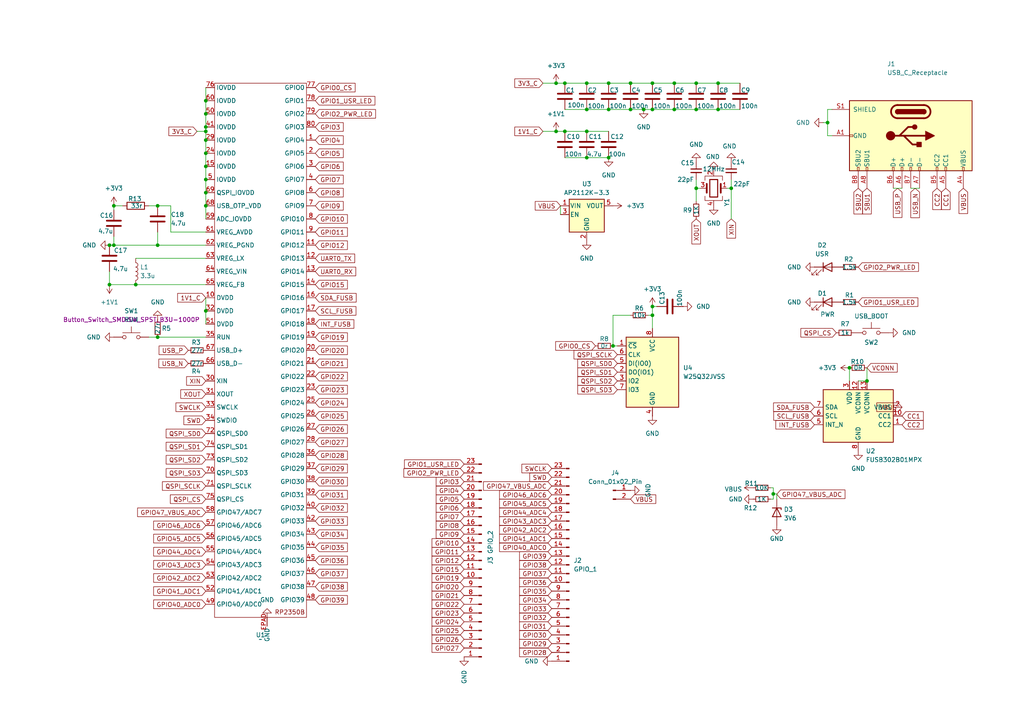
<source format=kicad_sch>
(kicad_sch (version 20231120) (generator "eeschema") (generator_version "8.0")
  (paper "A4")
  (junction (at 45.72 71.12))
  (junction (at 182.88 31.75))
  (junction (at 186.69 31.75))
  (junction (at 189.23 91.44))
  (junction (at 246.38 106.68))
  (junction (at 33.02 59.69))
  (junction (at 189.23 24.13))
  (junction (at 170.18 45.72))
  (junction (at 59.69 36.83))
  (junction (at 177.8 100.33))
  (junction (at 208.28 31.75))
  (junction (at 176.53 31.75))
  (junction (at 170.18 31.75))
  (junction (at 59.69 48.26))
  (junction (at 163.83 38.1))
  (junction (at 170.18 38.1))
  (junction (at 176.53 45.72))
  (junction (at 39.37 82.55))
  (junction (at 45.72 59.69))
  (junction (at 224.282 143.256))
  (junction (at 59.69 29.21))
  (junction (at 201.93 24.13))
  (junction (at 251.46 110.49))
  (junction (at 161.29 38.1))
  (junction (at 59.69 90.17))
  (junction (at 182.88 24.13))
  (junction (at 201.93 54.61))
  (junction (at 195.58 31.75))
  (junction (at 163.83 24.13))
  (junction (at 189.23 31.75))
  (junction (at 59.69 38.1))
  (junction (at 59.69 52.07))
  (junction (at 212.09 54.61))
  (junction (at 59.69 59.69))
  (junction (at 161.29 24.13))
  (junction (at 59.69 55.88))
  (junction (at 195.58 24.13))
  (junction (at 208.28 24.13))
  (junction (at 59.69 40.64))
  (junction (at 176.53 24.13))
  (junction (at 240.03 35.56))
  (junction (at 59.69 44.45))
  (junction (at 189.23 88.9))
  (junction (at 59.69 33.02))
  (junction (at 201.93 31.75))
  (junction (at 31.75 71.12))
  (junction (at 170.18 24.13))
  (junction (at 33.02 71.12))
  (junction (at 31.75 82.55))
  (junction (at 45.72 97.79))
  (wire (pts (xy 190.5 88.9) (xy 189.23 88.9)))
  (wire (pts (xy 162.56 59.69) (xy 162.56 62.23)))
  (wire (pts (xy 49.53 59.69) (xy 45.72 59.69)))
  (wire (pts (xy 161.29 38.1) (xy 163.83 38.1)))
  (wire (pts (xy 212.09 54.61) (xy 210.82 54.61)))
  (wire (pts (xy 43.18 97.79) (xy 45.72 97.79)))
  (wire (pts (xy 45.72 71.12) (xy 59.69 71.12)))
  (wire (pts (xy 49.53 67.31) (xy 59.69 67.31)))
  (wire (pts (xy 59.69 48.26) (xy 59.69 52.07)))
  (wire (pts (xy 157.48 24.13) (xy 161.29 24.13)))
  (wire (pts (xy 264.16 54.61) (xy 266.7 54.61)))
  (wire (pts (xy 163.83 45.72) (xy 170.18 45.72)))
  (wire (pts (xy 212.09 52.07) (xy 212.09 54.61)))
  (wire (pts (xy 59.69 40.64) (xy 59.69 44.45)))
  (wire (pts (xy 33.02 71.12) (xy 31.75 71.12)))
  (wire (pts (xy 177.8 100.33) (xy 179.07 100.33)))
  (wire (pts (xy 39.37 82.55) (xy 59.69 82.55)))
  (wire (pts (xy 223.52 144.78) (xy 224.282 144.78)))
  (wire (pts (xy 59.69 36.83) (xy 59.69 38.1)))
  (wire (pts (xy 170.18 24.13) (xy 176.53 24.13)))
  (wire (pts (xy 59.69 55.88) (xy 59.69 59.69)))
  (wire (pts (xy 212.09 63.5) (xy 212.09 54.61)))
  (wire (pts (xy 186.69 31.75) (xy 189.23 31.75)))
  (wire (pts (xy 39.37 74.93) (xy 59.69 74.93)))
  (wire (pts (xy 224.282 143.256) (xy 224.282 144.78)))
  (wire (pts (xy 223.52 141.478) (xy 224.282 141.478)))
  (wire (pts (xy 35.56 59.69) (xy 33.02 59.69)))
  (wire (pts (xy 182.88 31.75) (xy 186.69 31.75)))
  (wire (pts (xy 201.93 52.07) (xy 201.93 54.61)))
  (wire (pts (xy 241.3 39.37) (xy 240.03 39.37)))
  (wire (pts (xy 45.72 67.31) (xy 45.72 71.12)))
  (wire (pts (xy 33.02 68.58) (xy 33.02 71.12)))
  (wire (pts (xy 31.75 78.74) (xy 31.75 82.55)))
  (wire (pts (xy 187.96 91.44) (xy 189.23 91.44)))
  (wire (pts (xy 246.38 106.68) (xy 246.38 110.49)))
  (wire (pts (xy 45.72 97.79) (xy 59.69 97.79)))
  (wire (pts (xy 59.69 25.4) (xy 59.69 29.21)))
  (wire (pts (xy 59.69 86.36) (xy 59.69 90.17)))
  (wire (pts (xy 195.58 31.75) (xy 201.93 31.75)))
  (wire (pts (xy 57.15 38.1) (xy 59.69 38.1)))
  (wire (pts (xy 49.53 67.31) (xy 49.53 59.69)))
  (wire (pts (xy 240.03 31.75) (xy 241.3 31.75)))
  (wire (pts (xy 59.69 90.17) (xy 59.69 93.98)))
  (wire (pts (xy 189.23 88.9) (xy 189.23 91.44)))
  (wire (pts (xy 170.18 45.72) (xy 176.53 45.72)))
  (wire (pts (xy 224.282 143.256) (xy 225.298 143.256)))
  (wire (pts (xy 45.72 59.69) (xy 43.18 59.69)))
  (wire (pts (xy 189.23 24.13) (xy 195.58 24.13)))
  (wire (pts (xy 33.02 59.69) (xy 33.02 60.96)))
  (wire (pts (xy 225.298 143.256) (xy 225.298 144.78)))
  (wire (pts (xy 177.8 91.44) (xy 182.88 91.44)))
  (wire (pts (xy 201.93 54.61) (xy 201.93 58.42)))
  (wire (pts (xy 182.88 24.13) (xy 189.23 24.13)))
  (wire (pts (xy 189.23 31.75) (xy 195.58 31.75)))
  (wire (pts (xy 59.69 38.1) (xy 59.69 40.64)))
  (wire (pts (xy 240.03 39.37) (xy 240.03 35.56)))
  (wire (pts (xy 240.03 35.56) (xy 240.03 31.75)))
  (wire (pts (xy 251.46 106.68) (xy 251.46 110.49)))
  (wire (pts (xy 157.48 38.1) (xy 161.29 38.1)))
  (wire (pts (xy 177.8 91.44) (xy 177.8 100.33)))
  (wire (pts (xy 208.28 31.75) (xy 214.63 31.75)))
  (wire (pts (xy 170.18 31.75) (xy 176.53 31.75)))
  (wire (pts (xy 259.08 54.61) (xy 261.62 54.61)))
  (wire (pts (xy 59.69 33.02) (xy 59.69 36.83)))
  (wire (pts (xy 240.03 35.56) (xy 238.76 35.56)))
  (wire (pts (xy 208.28 24.13) (xy 214.63 24.13)))
  (wire (pts (xy 201.93 24.13) (xy 208.28 24.13)))
  (wire (pts (xy 170.18 38.1) (xy 176.53 38.1)))
  (wire (pts (xy 59.69 44.45) (xy 59.69 48.26)))
  (wire (pts (xy 224.282 141.478) (xy 224.282 143.256)))
  (wire (pts (xy 59.69 59.69) (xy 59.69 63.5)))
  (wire (pts (xy 189.23 91.44) (xy 189.23 95.25)))
  (wire (pts (xy 31.75 82.55) (xy 39.37 82.55)))
  (wire (pts (xy 161.29 24.13) (xy 163.83 24.13)))
  (wire (pts (xy 59.69 29.21) (xy 59.69 33.02)))
  (wire (pts (xy 176.53 31.75) (xy 182.88 31.75)))
  (wire (pts (xy 163.83 24.13) (xy 170.18 24.13)))
  (wire (pts (xy 33.02 71.12) (xy 45.72 71.12)))
  (wire (pts (xy 163.83 31.75) (xy 170.18 31.75)))
  (wire (pts (xy 163.83 38.1) (xy 170.18 38.1)))
  (wire (pts (xy 176.53 24.13) (xy 182.88 24.13)))
  (wire (pts (xy 195.58 24.13) (xy 201.93 24.13)))
  (wire (pts (xy 201.93 54.61) (xy 203.2 54.61)))
  (wire (pts (xy 201.93 31.75) (xy 208.28 31.75)))
  (wire (pts (xy 248.92 110.49) (xy 251.46 110.49)))
  (wire (pts (xy 59.69 52.07) (xy 59.69 55.88)))
  (global_label "GPIO34" (shape input) (at 91.44 154.94 0) (property "Intersheetrefs" "${INTERSHEET_REFS}" (effects (hide yes))))
  (global_label "GPIO3" (shape input) (at 91.44 36.83 0) (property "Intersheetrefs" "${INTERSHEET_REFS}" (effects (hide yes))))
  (global_label "VCONN" (shape input) (at 251.46 106.68 0) (property "Intersheetrefs" "${INTERSHEET_REFS}" (effects (hide yes))))
  (global_label "QSPI_CS" (shape input) (at 59.69 144.78 180) (property "Intersheetrefs" "${INTERSHEET_REFS}" (effects (hide yes))))
  (global_label "GPIO2_PWR_LED" (shape input) (at 134.62 137.16 180) (property "Intersheetrefs" "${INTERSHEET_REFS}" (effects (hide yes))))
  (global_label "GPIO39" (shape input) (at 160.02 161.29 180) (property "Intersheetrefs" "${INTERSHEET_REFS}" (effects (hide yes))))
  (global_label "GPIO41_ADC1" (shape input) (at 160.02 156.21 180) (property "Intersheetrefs" "${INTERSHEET_REFS}" (effects (hide yes))))
  (global_label "GPIO1_USR_LED" (shape input) (at 134.62 134.62 180) (property "Intersheetrefs" "${INTERSHEET_REFS}" (effects (hide yes))))
  (global_label "GPIO31" (shape input) (at 91.44 143.51 0) (property "Intersheetrefs" "${INTERSHEET_REFS}" (effects (hide yes))))
  (global_label "GPIO28" (shape input) (at 160.02 189.23 180) (property "Intersheetrefs" "${INTERSHEET_REFS}" (effects (hide yes))))
  (global_label "GPIO22" (shape input) (at 91.44 109.22 0) (property "Intersheetrefs" "${INTERSHEET_REFS}" (effects (hide yes))))
  (global_label "SCL_FUSB" (shape input) (at 91.44 90.17 0) (property "Intersheetrefs" "${INTERSHEET_REFS}" (effects (hide yes))))
  (global_label "QSPI_SCLK" (shape input) (at 59.69 140.97 180) (property "Intersheetrefs" "${INTERSHEET_REFS}" (effects (hide yes))))
  (global_label "GPIO36" (shape input) (at 91.44 162.56 0) (property "Intersheetrefs" "${INTERSHEET_REFS}" (effects (hide yes))))
  (global_label "GPIO40_ADC0" (shape input) (at 59.69 175.26 180) (property "Intersheetrefs" "${INTERSHEET_REFS}" (effects (hide yes))))
  (global_label "GPIO44_ADC4" (shape input) (at 160.02 148.59 180) (property "Intersheetrefs" "${INTERSHEET_REFS}" (effects (hide yes))))
  (global_label "GPIO25" (shape input) (at 134.62 182.88 180) (property "Intersheetrefs" "${INTERSHEET_REFS}" (effects (hide yes))))
  (global_label "SCL_FUSB" (shape input) (at 236.22 120.65 180) (property "Intersheetrefs" "${INTERSHEET_REFS}" (effects (hide yes))))
  (global_label "USB_P" (shape input) (at 260.35 54.61 270) (property "Intersheetrefs" "${INTERSHEET_REFS}" (effects (hide yes))))
  (global_label "GPIO46_ADC6" (shape input) (at 59.69 152.4 180) (property "Intersheetrefs" "${INTERSHEET_REFS}" (effects (hide yes))))
  (global_label "GPIO20" (shape input) (at 91.44 101.6 0) (property "Intersheetrefs" "${INTERSHEET_REFS}" (effects (hide yes))))
  (global_label "GPIO1_USR_LED" (shape input) (at 91.44 29.21 0) (property "Intersheetrefs" "${INTERSHEET_REFS}" (effects (hide yes))))
  (global_label "INT_FUSB" (shape input) (at 236.22 123.19 180) (property "Intersheetrefs" "${INTERSHEET_REFS}" (effects (hide yes))))
  (global_label "GPIO12" (shape input) (at 91.44 71.12 0) (property "Intersheetrefs" "${INTERSHEET_REFS}" (effects (hide yes))))
  (global_label "GPIO35" (shape input) (at 160.02 171.45 180) (property "Intersheetrefs" "${INTERSHEET_REFS}" (effects (hide yes))))
  (global_label "CC1" (shape input) (at 274.32 54.61 270) (property "Intersheetrefs" "${INTERSHEET_REFS}" (effects (hide yes))))
  (global_label "QSPI_SD0" (shape input) (at 59.69 125.73 180) (property "Intersheetrefs" "${INTERSHEET_REFS}" (effects (hide yes))))
  (global_label "GPIO11" (shape input) (at 134.62 160.02 180) (property "Intersheetrefs" "${INTERSHEET_REFS}" (effects (hide yes))))
  (global_label "GPIO27" (shape input) (at 134.62 187.96 180) (property "Intersheetrefs" "${INTERSHEET_REFS}" (effects (hide yes))))
  (global_label "GPIO10" (shape input) (at 134.62 157.48 180) (property "Intersheetrefs" "${INTERSHEET_REFS}" (effects (hide yes))))
  (global_label "GPIO36" (shape input) (at 160.02 168.91 180) (property "Intersheetrefs" "${INTERSHEET_REFS}" (effects (hide yes))))
  (global_label "GPIO29" (shape input) (at 91.44 135.89 0) (property "Intersheetrefs" "${INTERSHEET_REFS}" (effects (hide yes))))
  (global_label "SDA_FUSB" (shape input) (at 91.44 86.36 0) (property "Intersheetrefs" "${INTERSHEET_REFS}" (effects (hide yes))))
  (global_label "GPIO12" (shape input) (at 134.62 162.56 180) (property "Intersheetrefs" "${INTERSHEET_REFS}" (effects (hide yes))))
  (global_label "GPIO11" (shape input) (at 91.44 67.31 0) (property "Intersheetrefs" "${INTERSHEET_REFS}" (effects (hide yes))))
  (global_label "GPIO41_ADC1" (shape input) (at 59.69 171.45 180) (property "Intersheetrefs" "${INTERSHEET_REFS}" (effects (hide yes))))
  (global_label "GPIO33" (shape input) (at 91.44 151.13 0) (property "Intersheetrefs" "${INTERSHEET_REFS}" (effects (hide yes))))
  (global_label "GPIO9" (shape input) (at 134.62 154.94 180) (property "Intersheetrefs" "${INTERSHEET_REFS}" (effects (hide yes))))
  (global_label "QSPI_SD3" (shape input) (at 179.07 113.03 180) (property "Intersheetrefs" "${INTERSHEET_REFS}" (effects (hide yes))))
  (global_label "SWCLK" (shape input) (at 160.02 135.89 180) (property "Intersheetrefs" "${INTERSHEET_REFS}" (effects (hide yes))))
  (global_label "XOUT" (shape input) (at 201.93 63.5 270) (property "Intersheetrefs" "${INTERSHEET_REFS}" (effects (hide yes))))
  (global_label "QSPI_CS" (shape input) (at 242.57 96.52 180) (property "Intersheetrefs" "${INTERSHEET_REFS}" (effects (hide yes))))
  (global_label "GPIO26" (shape input) (at 134.62 185.42 180) (property "Intersheetrefs" "${INTERSHEET_REFS}" (effects (hide yes))))
  (global_label "GPIO47_VBUS_ADC" (shape input) (at 225.298 143.3531 0) (property "Intersheetrefs" "${INTERSHEET_REFS}" (effects (hide yes))))
  (global_label "CC2" (shape input) (at 271.78 54.61 270) (property "Intersheetrefs" "${INTERSHEET_REFS}" (effects (hide yes))))
  (global_label "GPIO32" (shape input) (at 160.02 179.07 180) (property "Intersheetrefs" "${INTERSHEET_REFS}" (effects (hide yes))))
  (global_label "GPIO3" (shape input) (at 134.62 139.7 180) (property "Intersheetrefs" "${INTERSHEET_REFS}" (effects (hide yes))))
  (global_label "GPIO9" (shape input) (at 91.44 59.69 0) (property "Intersheetrefs" "${INTERSHEET_REFS}" (effects (hide yes))))
  (global_label "SBU1" (shape input) (at 251.46 54.61 270) (property "Intersheetrefs" "${INTERSHEET_REFS}" (effects (hide yes))))
  (global_label "GPIO43_ADC3" (shape input) (at 59.69 163.83 180) (property "Intersheetrefs" "${INTERSHEET_REFS}" (effects (hide yes))))
  (global_label "GPIO2_PWR_LED" (shape input) (at 91.44 33.02 0) (property "Intersheetrefs" "${INTERSHEET_REFS}" (effects (hide yes))))
  (global_label "QSPI_SD2" (shape input) (at 179.07 110.49 180) (property "Intersheetrefs" "${INTERSHEET_REFS}" (effects (hide yes))))
  (global_label "GPIO37" (shape input) (at 91.44 166.37 0) (property "Intersheetrefs" "${INTERSHEET_REFS}" (effects (hide yes))))
  (global_label "GPIO0_CS" (shape input) (at 91.44 25.4 0) (property "Intersheetrefs" "${INTERSHEET_REFS}" (effects (hide yes))))
  (global_label "GPIO21" (shape input) (at 134.62 172.72 180) (property "Intersheetrefs" "${INTERSHEET_REFS}" (effects (hide yes))))
  (global_label "GPIO30" (shape input) (at 160.02 184.15 180) (property "Intersheetrefs" "${INTERSHEET_REFS}" (effects (hide yes))))
  (global_label "GPIO25" (shape input) (at 91.44 120.65 0) (property "Intersheetrefs" "${INTERSHEET_REFS}" (effects (hide yes))))
  (global_label "GPIO24" (shape input) (at 91.44 116.84 0) (property "Intersheetrefs" "${INTERSHEET_REFS}" (effects (hide yes))))
  (global_label "GPIO30" (shape input) (at 91.44 139.7 0) (property "Intersheetrefs" "${INTERSHEET_REFS}" (effects (hide yes))))
  (global_label "QSPI_SD0" (shape input) (at 179.07 105.41 180) (property "Intersheetrefs" "${INTERSHEET_REFS}" (effects (hide yes))))
  (global_label "GPIO38" (shape input) (at 160.02 163.83 180) (property "Intersheetrefs" "${INTERSHEET_REFS}" (effects (hide yes))))
  (global_label "1V1_C" (shape input) (at 157.48 38.1 180) (property "Intersheetrefs" "${INTERSHEET_REFS}" (effects (hide yes))))
  (global_label "SDA_FUSB" (shape input) (at 236.22 118.11 180) (property "Intersheetrefs" "${INTERSHEET_REFS}" (effects (hide yes))))
  (global_label "GPIO28" (shape input) (at 91.44 132.08 0) (property "Intersheetrefs" "${INTERSHEET_REFS}" (effects (hide yes))))
  (global_label "GPIO4" (shape input) (at 91.44 40.64 0) (property "Intersheetrefs" "${INTERSHEET_REFS}" (effects (hide yes))))
  (global_label "USB_N" (shape input) (at 54.61 105.41 180) (property "Intersheetrefs" "${INTERSHEET_REFS}" (effects (hide yes))))
  (global_label "QSPI_SD1" (shape input) (at 59.69 129.54 180) (property "Intersheetrefs" "${INTERSHEET_REFS}" (effects (hide yes))))
  (global_label "GPIO37" (shape input) (at 160.02 166.37 180) (property "Intersheetrefs" "${INTERSHEET_REFS}" (effects (hide yes))))
  (global_label "GPIO5" (shape input) (at 91.44 44.45 0) (property "Intersheetrefs" "${INTERSHEET_REFS}" (effects (hide yes))))
  (global_label "GPIO7" (shape input) (at 134.62 149.86 180) (property "Intersheetrefs" "${INTERSHEET_REFS}" (effects (hide yes))))
  (global_label "QSPI_SD2" (shape input) (at 59.69 133.35 180) (property "Intersheetrefs" "${INTERSHEET_REFS}" (effects (hide yes))))
  (global_label "GPIO6" (shape input) (at 134.62 147.32 180) (property "Intersheetrefs" "${INTERSHEET_REFS}" (effects (hide yes))))
  (global_label "GPIO39" (shape input) (at 91.44 173.99 0) (property "Intersheetrefs" "${INTERSHEET_REFS}" (effects (hide yes))))
  (global_label "GPIO15" (shape input) (at 134.62 165.1 180) (property "Intersheetrefs" "${INTERSHEET_REFS}" (effects (hide yes))))
  (global_label "GPIO35" (shape input) (at 91.44 158.75 0) (property "Intersheetrefs" "${INTERSHEET_REFS}" (effects (hide yes))))
  (global_label "XOUT" (shape input) (at 59.69 114.3 180) (property "Intersheetrefs" "${INTERSHEET_REFS}" (effects (hide yes))))
  (global_label "GPIO1_USR_LED" (shape input) (at 248.92 87.63 0) (property "Intersheetrefs" "${INTERSHEET_REFS}" (effects (hide yes))))
  (global_label "SWD" (shape input) (at 59.69 121.92 180) (property "Intersheetrefs" "${INTERSHEET_REFS}" (effects (hide yes))))
  (global_label "SBU2" (shape input) (at 248.92 54.61 270) (property "Intersheetrefs" "${INTERSHEET_REFS}" (effects (hide yes))))
  (global_label "GPIO31" (shape input) (at 160.02 181.61 180) (property "Intersheetrefs" "${INTERSHEET_REFS}" (effects (hide yes))))
  (global_label "GPIO42_ADC2" (shape input) (at 59.69 167.64 180) (property "Intersheetrefs" "${INTERSHEET_REFS}" (effects (hide yes))))
  (global_label "VBUS" (shape input) (at 279.4 54.61 270) (property "Intersheetrefs" "${INTERSHEET_REFS}" (effects (hide yes))))
  (global_label "GPIO6" (shape input) (at 91.44 48.26 0) (property "Intersheetrefs" "${INTERSHEET_REFS}" (effects (hide yes))))
  (global_label "CC2" (shape input) (at 261.62 123.19 0) (property "Intersheetrefs" "${INTERSHEET_REFS}" (effects (hide yes))))
  (global_label "GPIO24" (shape input) (at 134.62 180.34 180) (property "Intersheetrefs" "${INTERSHEET_REFS}" (effects (hide yes))))
  (global_label "VBUS" (shape input) (at 261.62 118.11 180) (property "Intersheetrefs" "${INTERSHEET_REFS}" (effects (hide yes))))
  (global_label "VBUS" (shape input) (at 182.88 144.78 0) (property "Intersheetrefs" "${INTERSHEET_REFS}" (effects (hide yes))))
  (global_label "GPIO8" (shape input) (at 91.44 55.88 0) (property "Intersheetrefs" "${INTERSHEET_REFS}" (effects (hide yes))))
  (global_label "3V3_C" (shape input) (at 57.15 38.1 180) (property "Intersheetrefs" "${INTERSHEET_REFS}" (effects (hide yes))))
  (global_label "GPIO32" (shape input) (at 91.44 147.32 0) (property "Intersheetrefs" "${INTERSHEET_REFS}" (effects (hide yes))))
  (global_label "GPIO27" (shape input) (at 91.44 128.27 0) (property "Intersheetrefs" "${INTERSHEET_REFS}" (effects (hide yes))))
  (global_label "GPIO42_ADC2" (shape input) (at 160.02 153.67 180) (property "Intersheetrefs" "${INTERSHEET_REFS}" (effects (hide yes))))
  (global_label "GPIO7" (shape input) (at 91.44 52.07 0) (property "Intersheetrefs" "${INTERSHEET_REFS}" (effects (hide yes))))
  (global_label "GPIO10" (shape input) (at 91.44 63.5 0) (property "Intersheetrefs" "${INTERSHEET_REFS}" (effects (hide yes))))
  (global_label "GPIO0_CS" (shape input) (at 172.72 100.33 180) (property "Intersheetrefs" "${INTERSHEET_REFS}" (effects (hide yes))))
  (global_label "GPIO26" (shape input) (at 91.44 124.46 0) (property "Intersheetrefs" "${INTERSHEET_REFS}" (effects (hide yes))))
  (global_label "INT_FUSB" (shape input) (at 91.44 93.98 0) (property "Intersheetrefs" "${INTERSHEET_REFS}" (effects (hide yes))))
  (global_label "GPIO47_VBUS_ADC" (shape input) (at 59.69 148.59 180) (property "Intersheetrefs" "${INTERSHEET_REFS}" (effects (hide yes))))
  (global_label "XIN" (shape input) (at 59.69 110.49 180) (property "Intersheetrefs" "${INTERSHEET_REFS}" (effects (hide yes))))
  (global_label "GPIO44_ADC4" (shape input) (at 59.69 160.02 180) (property "Intersheetrefs" "${INTERSHEET_REFS}" (effects (hide yes))))
  (global_label "GPIO4" (shape input) (at 134.62 142.24 180) (property "Intersheetrefs" "${INTERSHEET_REFS}" (effects (hide yes))))
  (global_label "GPIO5" (shape input) (at 134.62 144.78 180) (property "Intersheetrefs" "${INTERSHEET_REFS}" (effects (hide yes))))
  (global_label "GPIO46_ADC6" (shape input) (at 160.02 143.51 180) (property "Intersheetrefs" "${INTERSHEET_REFS}" (effects (hide yes))))
  (global_label "1V1_C" (shape input) (at 59.69 86.36 180) (property "Intersheetrefs" "${INTERSHEET_REFS}" (effects (hide yes))))
  (global_label "GPIO45_ADC5" (shape input) (at 59.69 156.21 180) (property "Intersheetrefs" "${INTERSHEET_REFS}" (effects (hide yes))))
  (global_label "GPIO8" (shape input) (at 134.62 152.4 180) (property "Intersheetrefs" "${INTERSHEET_REFS}" (effects (hide yes))))
  (global_label "GPIO29" (shape input) (at 160.02 186.69 180) (property "Intersheetrefs" "${INTERSHEET_REFS}" (effects (hide yes))))
  (global_label "USB_P" (shape input) (at 54.61 101.6 180) (property "Intersheetrefs" "${INTERSHEET_REFS}" (effects (hide yes))))
  (global_label "GPIO19" (shape input) (at 134.62 167.64 180) (property "Intersheetrefs" "${INTERSHEET_REFS}" (effects (hide yes))))
  (global_label "GPIO47_VBUS_ADC" (shape input) (at 160.02 140.97 180) (property "Intersheetrefs" "${INTERSHEET_REFS}" (effects (hide yes))))
  (global_label "CC1" (shape input) (at 261.62 120.65 0) (property "Intersheetrefs" "${INTERSHEET_REFS}" (effects (hide yes))))
  (global_label "GPIO20" (shape input) (at 134.62 170.18 180) (property "Intersheetrefs" "${INTERSHEET_REFS}" (effects (hide yes))))
  (global_label "GPIO38" (shape input) (at 91.44 170.18 0) (property "Intersheetrefs" "${INTERSHEET_REFS}" (effects (hide yes))))
  (global_label "GPIO19" (shape input) (at 91.44 97.79 0) (property "Intersheetrefs" "${INTERSHEET_REFS}" (effects (hide yes))))
  (global_label "GPIO23" (shape input) (at 91.44 113.03 0) (property "Intersheetrefs" "${INTERSHEET_REFS}" (effects (hide yes))))
  (global_label "GPIO2_PWR_LED" (shape input) (at 248.92 77.47 0) (property "Intersheetrefs" "${INTERSHEET_REFS}" (effects (hide yes))))
  (global_label "VBUS" (shape input) (at 162.56 59.69 180) (property "Intersheetrefs" "${INTERSHEET_REFS}" (effects (hide yes))))
  (global_label "3V3_C" (shape input) (at 157.48 24.13 180) (property "Intersheetrefs" "${INTERSHEET_REFS}" (effects (hide yes))))
  (global_label "QSPI_SD1" (shape input) (at 179.07 107.95 180) (property "Intersheetrefs" "${INTERSHEET_REFS}" (effects (hide yes))))
  (global_label "QSPI_SCLK" (shape input) (at 179.07 102.87 180) (property "Intersheetrefs" "${INTERSHEET_REFS}" (effects (hide yes))))
  (global_label "GPIO34" (shape input) (at 160.02 173.99 180) (property "Intersheetrefs" "${INTERSHEET_REFS}" (effects (hide yes))))
  (global_label "QSPI_SD3" (shape input) (at 59.69 137.16 180) (property "Intersheetrefs" "${INTERSHEET_REFS}" (effects (hide yes))))
  (global_label "GPIO23" (shape input) (at 134.62 177.8 180) (property "Intersheetrefs" "${INTERSHEET_REFS}" (effects (hide yes))))
  (global_label "XIN" (shape input) (at 212.09 63.5 270) (property "Intersheetrefs" "${INTERSHEET_REFS}" (effects (hide yes))))
  (global_label "USB_N" (shape input) (at 265.43 54.61 270) (property "Intersheetrefs" "${INTERSHEET_REFS}" (effects (hide yes))))
  (global_label "UART0_RX" (shape input) (at 91.44 78.74 0) (property "Intersheetrefs" "${INTERSHEET_REFS}" (effects (hide yes))))
  (global_label "SWD" (shape input) (at 160.02 138.43 180) (property "Intersheetrefs" "${INTERSHEET_REFS}" (effects (hide yes))))
  (global_label "GPIO15" (shape input) (at 91.44 82.55 0) (property "Intersheetrefs" "${INTERSHEET_REFS}" (effects (hide yes))))
  (global_label "GPIO21" (shape input) (at 91.44 105.41 0) (property "Intersheetrefs" "${INTERSHEET_REFS}" (effects (hide yes))))
  (global_label "UART0_TX" (shape input) (at 91.44 74.93 0) (property "Intersheetrefs" "${INTERSHEET_REFS}" (effects (hide yes))))
  (global_label "GPIO43_ADC3" (shape input) (at 160.02 151.13 180) (property "Intersheetrefs" "${INTERSHEET_REFS}" (effects (hide yes))))
  (global_label "GPIO33" (shape input) (at 160.02 176.53 180) (property "Intersheetrefs" "${INTERSHEET_REFS}" (effects (hide yes))))
  (global_label "GPIO22" (shape input) (at 134.62 175.26 180) (property "Intersheetrefs" "${INTERSHEET_REFS}" (effects (hide yes))))
  (global_label "GPIO45_ADC5" (shape input) (at 160.02 146.05 180) (property "Intersheetrefs" "${INTERSHEET_REFS}" (effects (hide yes))))
  (global_label "GPIO40_ADC0" (shape input) (at 160.02 158.75 180) (property "Intersheetrefs" "${INTERSHEET_REFS}" (effects (hide yes))))
  (global_label "SWCLK" (shape input) (at 59.69 118.11 180) (property "Intersheetrefs" "${INTERSHEET_REFS}" (effects (hide yes))))
  (symbol (lib_id "Device:R_Small") (at 57.15 105.41 90) (unit 1)
    (property "Reference" "R4" (at 56.896 107.696 90))
    (property "Value" "27r" (at 57.15 105.41 90))
    (property "Footprint" "Resistor_SMD:R_0402_1005Metric" (effects (hide yes)))
    (property "Description" "Resistor, small symbol" (effects (hide yes)))
  )
  (symbol (lib_id "Device:C") (at 201.93 27.94 0) (unit 1)
    (property "Reference" "C7" (at 202.184 26.162 0) (effects (justify left)))
    (property "Value" "100n" (at 202.184 30.734 0) (effects (justify left)))
    (property "Footprint" "Capacitor_SMD:C_0402_1005Metric" (effects (hide yes)))
    (property "Description" "Unpolarized capacitor" (effects (hide yes)))
  )
  (symbol (lib_id "Connector:Conn_01x02_Pin") (at 177.8 142.24 0) (unit 1)
    (property "Reference" "J4" (at 178.435 137.16 0))
    (property "Value" "Conn_01x02_Pin" (at 178.435 139.7 0))
    (property "Footprint" "Connector_PinSocket_2.54mm:PinSocket_1x02_P2.54mm_Vertical" (effects (hide yes)))
    (property "Description" "Generic connector, single row, 01x02, script generated" (effects (hide yes)))
  )
  (symbol (lib_id "Device:R_Small") (at 201.93 60.96 0) (mirror x) (unit 1)
    (property "Reference" "R9" (at 199.39 60.96 0))
    (property "Value" "1K" (at 201.93 60.96 90))
    (property "Footprint" "Resistor_SMD:R_0402_1005Metric" (effects (hide yes)))
  )
  (symbol (lib_id "Regulator_Linear:AP2112K-3.3") (at 170.18 62.23 0) (unit 1)
    (property "Reference" "U3" (at 170.18 53.34 0))
    (property "Value" "AP2112K-3.3" (at 170.18 55.88 0))
    (property "Footprint" "Package_TO_SOT_SMD:SOT-23-5" (effects (hide yes)))
    (property "Datasheet" "https://www.diodes.com/assets/Datasheets/AP2112.pdf" (effects (hide yes)))
    (property "Description" "600mA low dropout linear regulator, with enable pin, 3.8V-6V input voltage range, 3.3V fixed positive output, SOT-23-5" (effects (hide yes)))
  )
  (symbol (lib_id "Device:R_Small") (at 246.38 87.63 90) (unit 1)
    (property "Reference" "R1" (at 246.38 85.598 90))
    (property "Value" "1.5k" (at 246.38 87.63 90))
    (property "Footprint" "Resistor_SMD:R_0402_1005Metric" (effects (hide yes)))
    (property "Description" "Resistor, small symbol" (effects (hide yes)))
  )
  (symbol (lib_id "Device:C") (at 176.53 27.94 0) (unit 1)
    (property "Reference" "C3" (at 176.784 26.162 0) (effects (justify left)))
    (property "Value" "100n" (at 176.784 30.734 0) (effects (justify left)))
    (property "Footprint" "Capacitor_SMD:C_0402_1005Metric" (effects (hide yes)))
    (property "Description" "Unpolarized capacitor" (effects (hide yes)))
  )
  (symbol (lib_id "power:GND") (at 176.53 45.72 0) (unit 1)
    (property "Reference" "#PWR030" (effects (hide yes)))
    (property "Value" "GND" (at 176.53 50.8 0))
    (property "Description" "Power symbol creates a global label with name \"GND\" , ground" (effects (hide yes)))
  )
  (symbol (lib_id "power:GND") (at 207.01 59.69 0) (unit 1)
    (property "Reference" "#PWR021" (effects (hide yes)))
    (property "Value" "GND" (at 207.01 64.77 0))
  )
  (symbol (lib_id "Device:L") (at 39.37 78.74 0) (unit 1)
    (property "Reference" "L1" (at 40.64 77.4699 0) (effects (justify left)))
    (property "Value" "3.3u" (at 40.64 80.0099 0) (effects (justify left)))
    (property "Footprint" "Inductor_SMD:L_0805_2012Metric" (effects (hide yes)))
    (property "Description" "Inductor" (effects (hide yes)))
  )
  (symbol (lib_id "power:+1V1") (at 161.29 38.1 0) (unit 1)
    (property "Reference" "#PWR015" (effects (hide yes)))
    (property "Value" "+1V1" (at 161.29 33.02 0))
    (property "Description" "Power symbol creates a global label with name \"+1V1\"" (effects (hide yes)))
  )
  (symbol (lib_id "power:GND") (at 160.02 191.77 270) (unit 1)
    (property "Reference" "#PWR026" (effects (hide yes)))
    (property "Value" "GND" (at 156.21 191.7699 90) (effects (justify right)))
    (property "Description" "Power symbol creates a global label with name \"GND\" , ground" (effects (hide yes)))
  )
  (symbol (lib_id "Device:C") (at 208.28 27.94 0) (unit 1)
    (property "Reference" "C8" (at 208.534 26.162 0) (effects (justify left)))
    (property "Value" "100n" (at 208.534 30.734 0) (effects (justify left)))
    (property "Footprint" "Capacitor_SMD:C_0402_1005Metric" (effects (hide yes)))
    (property "Description" "Unpolarized capacitor" (effects (hide yes)))
  )
  (symbol (lib_id "Device:LED") (at 240.03 77.47 0) (unit 1)
    (property "Reference" "D2" (at 238.4425 71.12 0))
    (property "Value" "USR" (at 238.4425 73.66 0))
    (property "Footprint" "LED_SMD:LED_0603_1608Metric" (effects (hide yes)))
    (property "Description" "Light emitting diode" (effects (hide yes)))
  )
  (symbol (lib_id "power:GND") (at 182.88 142.24 90) (unit 1)
    (property "Reference" "#PWR031" (effects (hide yes)))
    (property "Value" "GND" (at 187.96 142.24 0))
    (property "Description" "Power symbol creates a global label with name \"GND\" , ground" (effects (hide yes)))
  )
  (symbol (lib_id "Interface_USB:FUSB302B01MPX") (at 248.92 120.65 0) (unit 1)
    (property "Reference" "U2" (at 251.1141 130.81 0) (effects (justify left)))
    (property "Value" "FUSB302B01MPX" (at 251.1141 133.35 0) (effects (justify left)))
    (property "Footprint" "Package_DFN_QFN:WQFN-14-1EP_2.5x2.5mm_P0.5mm_EP1.45x1.45mm" (effects (hide yes)))
    (property "Datasheet" "http://www.onsemi.com/pub/Collateral/FUSB302B-D.PDF" (effects (hide yes)))
    (property "Description" "Programmable USB Type-C Controller w/PD, I2C address 0x23, WQFN-14" (effects (hide yes)))
  )
  (symbol (lib_id "power:GND") (at 236.22 77.47 270) (unit 1)
    (property "Reference" "#PWR06" (effects (hide yes)))
    (property "Value" "GND" (at 232.41 77.4699 90) (effects (justify right)))
    (property "Description" "Power symbol creates a global label with name \"GND\" , ground" (effects (hide yes)))
  )
  (symbol (lib_id "Switch:SW_Push") (at 38.1 97.79 0) (unit 1)
    (property "Reference" "SW1" (at 38.1 90.17 0))
    (property "Value" "RUN" (at 38.1 92.71 0))
    (property "Footprint" "Button_Switch_SMD:SW_SPST_B3U-1000P" (at 38.1 92.71 0))
    (property "Description" "Push button switch, generic, two pins" (effects (hide yes)))
  )
  (symbol (lib_id "power:GND") (at 170.18 69.85 0) (unit 1)
    (property "Reference" "#PWR03" (effects (hide yes)))
    (property "Value" "GND" (at 170.18 74.93 0))
    (property "Description" "Power symbol creates a global label with name \"GND\" , ground" (effects (hide yes)))
  )
  (symbol (lib_id "Device:R_Small") (at 246.38 77.47 90) (unit 1)
    (property "Reference" "R2" (at 246.126 75.184 90))
    (property "Value" "1.5k" (at 246.38 77.47 90))
    (property "Footprint" "Resistor_SMD:R_0402_1005Metric" (effects (hide yes)))
    (property "Description" "Resistor, small symbol" (effects (hide yes)))
  )
  (symbol (lib_id "Connector:Conn_01x23_Pin") (at 165.1 163.83 180) (unit 1)
    (property "Reference" "J2" (at 166.37 162.5599 0) (effects (justify right)))
    (property "Value" "GPIO_1" (at 166.37 165.0999 0) (effects (justify right)))
    (property "Footprint" "header:PinSocket_1x23_P2.54mm_Vertical" (effects (hide yes)))
    (property "Description" "Generic connector, single row, 01x23, script generated" (effects (hide yes)))
  )
  (symbol (lib_id "Device:C") (at 189.23 27.94 0) (unit 1)
    (property "Reference" "C5" (at 189.484 26.162 0) (effects (justify left)))
    (property "Value" "100n" (at 189.484 30.734 0) (effects (justify left)))
    (property "Footprint" "Capacitor_SMD:C_0402_1005Metric" (effects (hide yes)))
    (property "Description" "Unpolarized capacitor" (effects (hide yes)))
  )
  (symbol (lib_id "Device:C") (at 195.58 27.94 0) (unit 1)
    (property "Reference" "C6" (at 195.834 26.162 0) (effects (justify left)))
    (property "Value" "100n" (at 195.834 30.734 0) (effects (justify left)))
    (property "Footprint" "Capacitor_SMD:C_0402_1005Metric" (effects (hide yes)))
    (property "Description" "Unpolarized capacitor" (effects (hide yes)))
  )
  (symbol (lib_id "power:GND") (at 77.47 179.07 180) (unit 1)
    (property "Reference" "#PWR04" (effects (hide yes)))
    (property "Value" "GND" (at 77.47 173.99 0))
    (property "Description" "Power symbol creates a global label with name \"GND\" , ground" (effects (hide yes)))
  )
  (symbol (lib_id "Device:R_Small") (at 45.72 95.25 180) (unit 1)
    (property "Reference" "R5" (at 48.26 95.25 0))
    (property "Value" "27r" (at 45.72 95.25 90))
    (property "Footprint" "Resistor_SMD:R_0402_1005Metric" (effects (hide yes)))
    (property "Description" "Resistor, small symbol" (effects (hide yes)))
  )
  (symbol (lib_id "Connector:USB_C_Receptacle_USB2.0_16P") (at 264.16 39.37 270) (unit 1)
    (property "Reference" "J1" (at 257.302 18.542 90) (effects (justify left)))
    (property "Value" "USB_C_Receptacle" (at 257.302 21.082 90) (effects (justify left)))
    (property "Footprint" "Connector_USB:USB_C_Receptacle_HRO_TYPE-C-31-M-12" (effects (hide yes)))
    (property "Datasheet" "https://www.usb.org/sites/default/files/documents/usb_type-c.zip" (effects (hide yes)))
    (property "Description" "USB 2.0-only 16P Type-C Receptacle connector" (effects (hide yes)))
  )
  (symbol (lib_id "power:+3V3") (at 177.8 59.69 270) (unit 1)
    (property "Reference" "#PWR05" (effects (hide yes)))
    (property "Value" "+3V3" (at 181.61 59.6899 90) (effects (justify left)))
    (property "Description" "Power symbol creates a global label with name \"+3V3\"" (effects (hide yes)))
  )
  (symbol (lib_id "Device:C") (at 31.75 74.93 0) (unit 1)
    (property "Reference" "C17" (at 33.02 72.644 0) (effects (justify left)))
    (property "Value" "4.7u" (at 32.766 77.978 0) (effects (justify left)))
    (property "Footprint" "Capacitor_SMD:C_0402_1005Metric" (effects (hide yes)))
    (property "Description" "Unpolarized capacitor" (effects (hide yes)))
  )
  (symbol (lib_id "Device:C") (at 194.31 88.9 90) (unit 1)
    (property "Reference" "C13" (at 192.024 88.392 0) (effects (justify left)))
    (property "Value" "100n" (at 197.104 88.9 0) (effects (justify left)))
    (property "Footprint" "Resistor_SMD:R_0402_1005Metric" (effects (hide yes)))
    (property "Description" "Unpolarized capacitor" (effects (hide yes)))
  )
  (symbol (lib_id "power:GND") (at 31.75 71.12 270) (unit 1)
    (property "Reference" "#PWR027" (effects (hide yes)))
    (property "Value" "GND" (at 27.94 71.1199 90) (effects (justify right)))
    (property "Description" "Power symbol creates a global label with name \"GND\" , ground" (effects (hide yes)))
  )
  (symbol (lib_id "Device:C") (at 170.18 27.94 0) (unit 1)
    (property "Reference" "C2" (at 170.434 26.162 0) (effects (justify left)))
    (property "Value" "100n" (at 170.434 30.734 0) (effects (justify left)))
    (property "Footprint" "Capacitor_SMD:C_0402_1005Metric" (effects (hide yes)))
    (property "Description" "Unpolarized capacitor" (effects (hide yes)))
  )
  (symbol (lib_id "power:+3V3") (at 246.38 106.68 90) (unit 1)
    (property "Reference" "#PWR022" (effects (hide yes)))
    (property "Value" "+3V3" (at 242.57 106.6799 90) (effects (justify left)))
    (property "Description" "Power symbol creates a global label with name \"+3V3\"" (effects (hide yes)))
  )
  (symbol (lib_id "Device:R_Small") (at 57.15 101.6 90) (unit 1)
    (property "Reference" "R3" (at 56.896 99.314 90))
    (property "Value" "27r" (at 57.15 101.6 90))
    (property "Footprint" "Resistor_SMD:R_0402_1005Metric" (effects (hide yes)))
    (property "Description" "Resistor, small symbol" (effects (hide yes)))
  )
  (symbol (lib_id "Device:C") (at 170.18 41.91 0) (unit 1)
    (property "Reference" "C11" (at 170.688 39.624 0) (effects (justify left)))
    (property "Value" "4.7u" (at 170.18 44.704 0) (effects (justify left)))
    (property "Footprint" "Capacitor_SMD:C_0402_1005Metric" (effects (hide yes)))
    (property "Description" "Unpolarized capacitor" (effects (hide yes)))
  )
  (symbol (lib_id "Device:D_Zener") (at 225.298 148.59 270) (unit 1)
    (property "Reference" "D3" (at 227.33 147.7553 90) (effects (justify left)))
    (property "Value" "3V6" (at 227.33 150.2922 90) (effects (justify left)))
    (property "Footprint" "Diode_SMD:D_0805_2012Metric" (effects (hide yes)))
  )
  (symbol (lib_id "Device:R_Small") (at 220.98 141.478 270) (mirror x) (unit 1)
    (property "Reference" "R11" (at 217.932 140.208 90))
    (property "Value" "10K" (at 220.98 141.478 90))
    (property "Footprint" "Resistor_SMD:R_0402_1005Metric" (effects (hide yes)))
  )
  (symbol (lib_id "power:GND") (at 189.23 120.65 0) (unit 1)
    (property "Reference" "#PWR010" (effects (hide yes)))
    (property "Value" "GND" (at 189.23 125.73 0))
    (property "Description" "Power symbol creates a global label with name \"GND\" , ground" (effects (hide yes)))
  )
  (symbol (lib_id "power:GND") (at 248.92 130.81 0) (unit 1)
    (property "Reference" "#PWR02" (effects (hide yes)))
    (property "Value" "GND" (at 248.92 135.89 0))
    (property "Description" "Power symbol creates a global label with name \"GND\" , ground" (effects (hide yes)))
  )
  (symbol (lib_id "Device:C_Small") (at 201.93 49.53 0) (mirror y) (unit 1)
    (property "Reference" "C15" (at 199.39 47.244 0))
    (property "Value" "22pF" (at 198.882 52.07 0))
    (property "Footprint" "Capacitor_SMD:C_0603_1608Metric" (effects (hide yes)))
  )
  (symbol (lib_id "Device:C") (at 163.83 41.91 0) (unit 1)
    (property "Reference" "C10" (at 164.338 39.624 0) (effects (justify left)))
    (property "Value" "100n" (at 163.83 44.704 0) (effects (justify left)))
    (property "Footprint" "Capacitor_SMD:C_0402_1005Metric" (effects (hide yes)))
    (property "Description" "Unpolarized capacitor" (effects (hide yes)))
  )
  (symbol (lib_id "Device:C") (at 176.53 41.91 0) (unit 1)
    (property "Reference" "C12" (at 177.038 39.624 0) (effects (justify left)))
    (property "Value" "100n" (at 176.53 44.704 0) (effects (justify left)))
    (property "Footprint" "Capacitor_SMD:C_0402_1005Metric" (effects (hide yes)))
    (property "Description" "Unpolarized capacitor" (effects (hide yes)))
  )
  (symbol (lib_id "power:GND") (at 33.02 97.79 270) (unit 1)
    (property "Reference" "#PWR011" (effects (hide yes)))
    (property "Value" "GND" (at 29.21 97.7899 90) (effects (justify right)))
    (property "Description" "Power symbol creates a global label with name \"GND\" , ground" (effects (hide yes)))
  )
  (symbol (lib_id "Device:Crystal_GND24") (at 207.01 54.61 0) (mirror y) (unit 1)
    (property "Reference" "Y1" (at 210.82 58.674 90))
    (property "Value" "12MHz" (at 207.01 49.022 0))
    (property "Footprint" "Crystal:Crystal_SMD_3225-4Pin_3.2x2.5mm" (effects (hide yes)))
  )
  (symbol (lib_id "power:GND") (at 257.81 96.52 90) (unit 1)
    (property "Reference" "#PWR018" (effects (hide yes)))
    (property "Value" "GND" (at 261.62 96.5199 90) (effects (justify right)))
    (property "Description" "Power symbol creates a global label with name \"GND\" , ground" (effects (hide yes)))
  )
  (symbol (lib_id "Device:C") (at 182.88 27.94 0) (unit 1)
    (property "Reference" "C4" (at 183.134 26.162 0) (effects (justify left)))
    (property "Value" "100n" (at 183.134 30.734 0) (effects (justify left)))
    (property "Footprint" "Capacitor_SMD:C_0402_1005Metric" (effects (hide yes)))
    (property "Description" "Unpolarized capacitor" (effects (hide yes)))
  )
  (symbol (lib_id "power:GND") (at 236.22 87.63 270) (unit 1)
    (property "Reference" "#PWR07" (effects (hide yes)))
    (property "Value" "GND" (at 232.41 87.6299 90) (effects (justify right)))
    (property "Description" "Power symbol creates a global label with name \"GND\" , ground" (effects (hide yes)))
  )
  (symbol (lib_id "Device:C") (at 214.63 27.94 0) (unit 1)
    (property "Reference" "C9" (at 214.884 26.162 0) (effects (justify left)))
    (property "Value" "100n" (at 214.884 30.734 0) (effects (justify left)))
    (property "Footprint" "Capacitor_SMD:C_0402_1005Metric" (effects (hide yes)))
    (property "Description" "Unpolarized capacitor" (effects (hide yes)))
  )
  (symbol (lib_id "power:GND") (at 218.44 144.78 270) (unit 1)
    (property "Reference" "#PWR024" (effects (hide yes)))
    (property "Value" "GND" (at 213.36 144.78 90))
  )
  (symbol (lib_id "Connector:Conn_01x23_Pin") (at 139.7 162.56 180) (unit 1)
    (property "Reference" "J3" (at 142.24 162.56 90))
    (property "Value" "GPIO_2" (at 142.24 157.226 90))
    (property "Footprint" "header:PinSocket_1x23_P2.54mm_Vertical" (effects (hide yes)))
    (property "Description" "Generic connector, single row, 01x23, script generated" (effects (hide yes)))
  )
  (symbol (lib_id "power:+1V1") (at 31.75 82.55 180) (unit 1)
    (property "Reference" "#PWR029" (effects (hide yes)))
    (property "Value" "+1V1" (at 31.75 87.63 0))
    (property "Description" "Power symbol creates a global label with name \"+1V1\"" (effects (hide yes)))
  )
  (symbol (lib_id "power:GND") (at 238.76 35.56 270) (unit 1)
    (property "Reference" "#PWR01" (effects (hide yes)))
    (property "Value" "GND" (at 234.95 35.5599 90) (effects (justify right)))
    (property "Description" "Power symbol creates a global label with name \"GND\" , ground" (effects (hide yes)))
  )
  (symbol (lib_id "Memory_Flash:W25Q32JVSS") (at 189.23 107.95 0) (unit 1)
    (property "Reference" "U4" (at 198.12 106.6799 0) (effects (justify left)))
    (property "Value" "W25Q32JVSS" (at 198.12 109.2199 0) (effects (justify left)))
    (property "Footprint" "Package_SO:SOIC-8_5.23x5.23mm_P1.27mm" (effects (hide yes)))
    (property "Datasheet" "http://www.winbond.com/resource-files/w25q32jv%20revg%2003272018%20plus.pdf" (effects (hide yes)))
    (property "Description" "32Mb Serial Flash Memory, Standard/Dual/Quad SPI, SOIC-8" (effects (hide yes)))
  )
  (symbol (lib_id "power:GND") (at 212.09 46.99 180) (unit 1)
    (property "Reference" "#PWR09" (effects (hide yes)))
    (property "Value" "GND" (at 211.582 42.418 0))
  )
  (symbol (lib_id "power:+3V3") (at 161.29 24.13 0) (unit 1)
    (property "Reference" "#PWR014" (effects (hide yes)))
    (property "Value" "+3V3" (at 161.29 19.05 0))
    (property "Description" "Power symbol creates a global label with name \"+3V3\"" (effects (hide yes)))
  )
  (symbol (lib_id "power:+3V3") (at 189.23 88.9 0) (unit 1)
    (property "Reference" "#PWR017" (effects (hide yes)))
    (property "Value" "+3V3" (at 189.23 83.82 0))
    (property "Description" "Power symbol creates a global label with name \"+3V3\"" (effects (hide yes)))
  )
  (symbol (lib_id "power:GND") (at 225.298 152.4 0) (unit 1)
    (property "Reference" "#PWR025" (effects (hide yes)))
    (property "Value" "GND" (at 225.298 156.21 0))
  )
  (symbol (lib_id "Device:R") (at 39.37 59.69 90) (unit 1)
    (property "Reference" "R13" (at 39.116 57.658 90))
    (property "Value" "33r" (at 39.624 59.69 90))
    (property "Footprint" "Resistor_SMD:R_0402_1005Metric" (effects (hide yes)))
    (property "Description" "Resistor" (effects (hide yes)))
  )
  (symbol (lib_id "power:GND") (at 207.01 49.53 180) (unit 1)
    (property "Reference" "#PWR020" (effects (hide yes)))
    (property "Value" "GND" (at 206.756 45.466 0))
  )
  (symbol (lib_id "rp2350:rp2350_b") (at 77.47 78.74 0) (unit 1)
    (property "Reference" "U1" (at 75.565 184.15 0))
    (property "Value" "~" (at 75.565 185.42 0))
    (property "Footprint" "RP2350XB:QFN-80_EP_10.573x10.573_Pitch0.4mm" (effects (hide yes)))
  )
  (symbol (lib_id "Device:R_Small") (at 220.98 144.78 270) (mirror x) (unit 1)
    (property "Reference" "R12" (at 217.678 147.32 90))
    (property "Value" "1K" (at 220.98 144.78 90))
    (property "Footprint" "Resistor_SMD:R_0402_1005Metric" (effects (hide yes)))
  )
  (symbol (lib_id "power:GND") (at 45.72 92.71 180) (unit 1)
    (property "Reference" "#PWR012" (effects (hide yes)))
    (property "Value" "GND" (at 45.72 87.63 0))
    (property "Description" "Power symbol creates a global label with name \"GND\" , ground" (effects (hide yes)))
  )
  (symbol (lib_id "Device:R_Small") (at 248.92 106.68 90) (mirror x) (unit 1)
    (property "Reference" "R10" (at 248.666 104.902 90))
    (property "Value" "0R" (at 248.92 106.68 90))
    (property "Footprint" "Resistor_SMD:R_0603_1608Metric" (effects (hide yes)))
  )
  (symbol (lib_id "power:VBUS") (at 218.44 141.478 90) (unit 1)
    (property "Reference" "#PWR023" (effects (hide yes)))
    (property "Value" "VBUS" (at 215.265 141.9118 90) (effects (justify left)))
  )
  (symbol (lib_id "Device:C_Small") (at 212.09 49.53 0) (mirror y) (unit 1)
    (property "Reference" "C14" (at 214.122 46.99 0))
    (property "Value" "22pF" (at 215.138 53.34 0))
    (property "Footprint" "Capacitor_SMD:C_0603_1608Metric" (effects (hide yes)))
  )
  (symbol (lib_id "Device:R_Small") (at 175.26 100.33 90) (unit 1)
    (property "Reference" "R8" (at 175.26 98.298 90))
    (property "Value" "0r" (at 175.26 100.33 90))
    (property "Footprint" "Resistor_SMD:R_0402_1005Metric" (effects (hide yes)))
    (property "Description" "Resistor, small symbol" (effects (hide yes)))
  )
  (symbol (lib_id "power:GND") (at 186.69 31.75 0) (unit 1)
    (property "Reference" "#PWR013" (effects (hide yes)))
    (property "Value" "GND" (at 186.69 36.83 0))
    (property "Description" "Power symbol creates a global label with name \"GND\" , ground" (effects (hide yes)))
  )
  (symbol (lib_id "Device:LED") (at 240.03 87.63 0) (unit 1)
    (property "Reference" "D1" (at 238.506 85.09 0))
    (property "Value" "PWR" (at 240.03 91.186 0))
    (property "Footprint" "LED_SMD:LED_0603_1608Metric" (effects (hide yes)))
    (property "Description" "Light emitting diode" (effects (hide yes)))
  )
  (symbol (lib_id "power:+3V3") (at 33.02 59.69 0) (unit 1)
    (property "Reference" "#PWR028" (effects (hide yes)))
    (property "Value" "+3V3" (at 33.02 54.61 0))
    (property "Description" "Power symbol creates a global label with name \"+3V3\"" (effects (hide yes)))
  )
  (symbol (lib_id "Device:C") (at 33.02 64.77 0) (unit 1)
    (property "Reference" "C16" (at 28.956 62.484 0) (effects (justify left)))
    (property "Value" "4.7u" (at 28.448 67.056 0) (effects (justify left)))
    (property "Footprint" "Capacitor_SMD:C_0402_1005Metric" (effects (hide yes)))
    (property "Description" "Unpolarized capacitor" (effects (hide yes)))
  )
  (symbol (lib_id "power:GND") (at 134.62 190.5 0) (unit 1)
    (property "Reference" "#PWR08" (effects (hide yes)))
    (property "Value" "GND" (at 134.6201 194.31 90) (effects (justify right)))
    (property "Description" "Power symbol creates a global label with name \"GND\" , ground" (effects (hide yes)))
  )
  (symbol (lib_id "Switch:SW_Push") (at 252.73 96.52 0) (unit 1)
    (property "Reference" "SW2" (at 252.73 99.314 0))
    (property "Value" "USB_BOOT" (at 252.73 91.694 0))
    (property "Footprint" "Button_Switch_SMD:SW_SPST_B3U-1000P" (effects (hide yes)))
    (property "Description" "Push button switch, generic, two pins" (effects (hide yes)))
  )
  (symbol (lib_id "Device:C") (at 163.83 27.94 0) (unit 1)
    (property "Reference" "C1" (at 164.084 26.162 0) (effects (justify left)))
    (property "Value" "100n" (at 164.592 30.48 0) (effects (justify left)))
    (property "Footprint" "Capacitor_SMD:C_0402_1005Metric" (effects (hide yes)))
    (property "Description" "Unpolarized capacitor" (effects (hide yes)))
  )
  (symbol (lib_id "power:GND") (at 198.12 88.9 90) (unit 1)
    (property "Reference" "#PWR016" (effects (hide yes)))
    (property "Value" "GND" (at 201.93 88.8999 90) (effects (justify right)))
    (property "Description" "Power symbol creates a global label with name \"GND\" , ground" (effects (hide yes)))
  )
  (symbol (lib_id "Device:R_Small") (at 185.42 91.44 90) (unit 1)
    (property "Reference" "R6" (at 185.42 89.408 90))
    (property "Value" "10k" (at 185.42 91.44 90))
    (property "Footprint" "Resistor_SMD:R_0402_1005Metric" (effects (hide yes)))
    (property "Description" "Resistor, small symbol" (effects (hide yes)))
  )
  (symbol (lib_id "power:GND") (at 201.93 46.99 180) (unit 1)
    (property "Reference" "#PWR019" (effects (hide yes)))
    (property "Value" "GND" (at 201.93 41.91 0))
  )
  (symbol (lib_id "Device:C") (at 45.72 63.5 0) (unit 1)
    (property "Reference" "C18" (at 49.53 62.2299 0) (effects (justify left)))
    (property "Value" "4.7u" (at 49.53 64.7699 0) (effects (justify left)))
    (property "Footprint" "Capacitor_SMD:C_0402_1005Metric" (effects (hide yes)))
    (property "Description" "Unpolarized capacitor" (effects (hide yes)))
  )
  (symbol (lib_id "Device:R_Small") (at 245.11 96.52 270) (unit 1)
    (property "Reference" "R7" (at 245.11 93.98 90))
    (property "Value" "1k" (at 245.11 96.52 90))
    (property "Footprint" "Resistor_SMD:R_0402_1005Metric" (effects (hide yes)))
    (property "Description" "Resistor, small symbol" (effects (hide yes)))
  )
)
</source>
